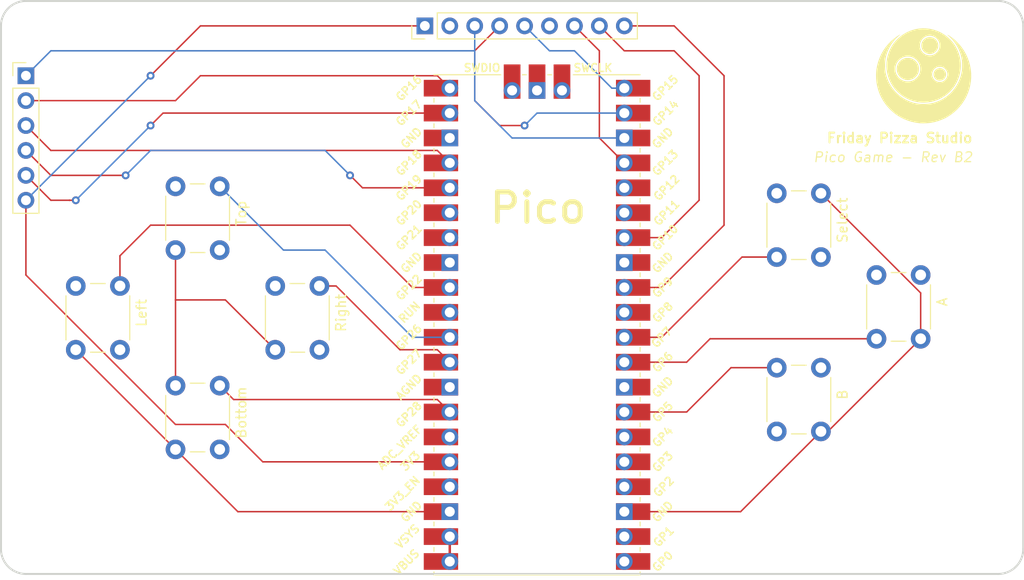
<source format=kicad_pcb>
(kicad_pcb (version 20221018) (generator pcbnew)
  (layers (0 "F.Cu" signal) (31 "B.Cu" signal) (34 "B.Paste" user) (35 "F.Paste" user) (36 "B.SilkS" user "B.Silkscreen") (37 "F.SilkS" user "F.Silkscreen") (38 "B.Mask" user) (39 "F.Mask" user) (44 "Edge.Cuts" user))
  (net 0 "")
  (footprint "Button_Switch_THT:SW_PUSH_6mm" (layer "F.Cu") (at 114.3 114.3 90)
    (fp_text reference "REF**" hide)
    (fp_text value "Bottom" (at 3.75 6.7 90) (layer "F.SilkS"))
    (fp_line (start -0.25 1.5) (end -0.25 3) (stroke (width 0.12)) (layer "F.SilkS"))
    (fp_line (start 1 5.5) (end 5.5 5.5) (stroke (width 0.12)) (layer "F.SilkS"))
    (fp_line (start 5.5 -1) (end 1 -1) (stroke (width 0.12)) (layer "F.SilkS"))
    (fp_line (start 6.75 3) (end 6.75 1.5) (stroke (width 0.12)) (layer "F.SilkS"))
    (pad "1" thru_hole circle (at 0 0 180) (size 2 2) (drill 1.1) (layers "*.Cu" "*.Mask"))
    (pad "1" thru_hole circle (at 6.5 0 180) (size 2 2) (drill 1.1) (layers "*.Cu" "*.Mask"))
    (pad "2" thru_hole circle (at 0 4.5 180) (size 2 2) (drill 1.1) (layers "*.Cu" "*.Mask"))
    (pad "2" thru_hole circle (at 6.5 4.5 180) (size 2 2) (drill 1.1) (layers "*.Cu" "*.Mask"))
  )
  (footprint "Button_Switch_THT:SW_PUSH_6mm" (layer "F.Cu") (at 104.14 104.14 90)
    (fp_text reference "REF**" hide)
    (fp_text value "Left" (at 3.75 6.7 90) (layer "F.SilkS"))
    (fp_line (start -0.25 1.5) (end -0.25 3) (stroke (width 0.12)) (layer "F.SilkS"))
    (fp_line (start 1 5.5) (end 5.5 5.5) (stroke (width 0.12)) (layer "F.SilkS"))
    (fp_line (start 5.5 -1) (end 1 -1) (stroke (width 0.12)) (layer "F.SilkS"))
    (fp_line (start 6.75 3) (end 6.75 1.5) (stroke (width 0.12)) (layer "F.SilkS"))
    (pad "1" thru_hole circle (at 0 0 180) (size 2 2) (drill 1.1) (layers "*.Cu" "*.Mask"))
    (pad "1" thru_hole circle (at 6.5 0 180) (size 2 2) (drill 1.1) (layers "*.Cu" "*.Mask"))
    (pad "2" thru_hole circle (at 0 4.5 180) (size 2 2) (drill 1.1) (layers "*.Cu" "*.Mask"))
    (pad "2" thru_hole circle (at 6.5 4.5 180) (size 2 2) (drill 1.1) (layers "*.Cu" "*.Mask"))
  )
  (footprint "" (layer "F.Cu") (at 198.12 71.12)
    (fp_text reference "" (at 0 0) (layer "F.SilkS") (effects (font (size 1.27 1.27))))
    (fp_text value "" (at 0 0) (layer "F.SilkS") (effects (font (size 1.27 1.27))))
    (pad "" np_thru_hole circle (at 0 0) (size 2.7 2.7) (drill 2.7) (layers "F&B.Cu" "*.Mask"))
  )
  (footprint "Button_Switch_THT:SW_PUSH_6mm" (layer "F.Cu") (at 114.3 93.98 90)
    (fp_text reference "REF**" hide)
    (fp_text value "Top" (at 3.75 6.7 90) (layer "F.SilkS"))
    (fp_line (start -0.25 1.5) (end -0.25 3) (stroke (width 0.12)) (layer "F.SilkS"))
    (fp_line (start 1 5.5) (end 5.5 5.5) (stroke (width 0.12)) (layer "F.SilkS"))
    (fp_line (start 5.5 -1) (end 1 -1) (stroke (width 0.12)) (layer "F.SilkS"))
    (fp_line (start 6.75 3) (end 6.75 1.5) (stroke (width 0.12)) (layer "F.SilkS"))
    (pad "1" thru_hole circle (at 0 0 180) (size 2 2) (drill 1.1) (layers "*.Cu" "*.Mask"))
    (pad "1" thru_hole circle (at 6.5 0 180) (size 2 2) (drill 1.1) (layers "*.Cu" "*.Mask"))
    (pad "2" thru_hole circle (at 0 4.5 180) (size 2 2) (drill 1.1) (layers "*.Cu" "*.Mask"))
    (pad "2" thru_hole circle (at 6.5 4.5 180) (size 2 2) (drill 1.1) (layers "*.Cu" "*.Mask"))
  )
  (footprint "" (layer "F.Cu") (at 99.06 71.12)
    (fp_text reference "" (at 0 0) (layer "F.SilkS") (effects (font (size 1.27 1.27))))
    (fp_text value "" (at 0 0) (layer "F.SilkS") (effects (font (size 1.27 1.27))))
    (pad "" np_thru_hole circle (at 0 0) (size 2.7 2.7) (drill 2.7) (layers "F&B.Cu" "*.Mask"))
  )
  (footprint "Connector_PinHeader_2.54mm:PinHeader_1x09_P2.54mm_Vertical" (layer "F.Cu") (at 139.7 71.12 90)
    (fp_text reference "REF**" hide)
    (fp_text value "PinHeader_1x09_P2.54mm_Vertical" hide)
    (fp_line (start -1.33 -1.33) (end 0 -1.33) (stroke (width 0.12)) (layer "F.SilkS"))
    (fp_line (start -1.33 0) (end -1.33 -1.33) (stroke (width 0.12)) (layer "F.SilkS"))
    (fp_line (start -1.33 1.27) (end -1.33 21.65) (stroke (width 0.12)) (layer "F.SilkS"))
    (fp_line (start -1.33 1.27) (end 1.33 1.27) (stroke (width 0.12)) (layer "F.SilkS"))
    (fp_line (start -1.33 21.65) (end 1.33 21.65) (stroke (width 0.12)) (layer "F.SilkS"))
    (fp_line (start 1.33 1.27) (end 1.33 21.65) (stroke (width 0.12)) (layer "F.SilkS"))
    (pad "1" thru_hole rect (at 0 0 90) (size 1.7 1.7) (drill 1) (layers "*.Cu" "*.Mask"))
    (pad "2" thru_hole oval (at 0 2.54 90) (size 1.7 1.7) (drill 1) (layers "*.Cu" "*.Mask"))
    (pad "3" thru_hole oval (at 0 5.08 90) (size 1.7 1.7) (drill 1) (layers "*.Cu" "*.Mask"))
    (pad "4" thru_hole oval (at 0 7.62 90) (size 1.7 1.7) (drill 1) (layers "*.Cu" "*.Mask"))
    (pad "5" thru_hole oval (at 0 10.16 90) (size 1.7 1.7) (drill 1) (layers "*.Cu" "*.Mask"))
    (pad "6" thru_hole oval (at 0 12.7 90) (size 1.7 1.7) (drill 1) (layers "*.Cu" "*.Mask"))
    (pad "7" thru_hole oval (at 0 15.24 90) (size 1.7 1.7) (drill 1) (layers "*.Cu" "*.Mask"))
    (pad "8" thru_hole oval (at 0 17.78 90) (size 1.7 1.7) (drill 1) (layers "*.Cu" "*.Mask"))
    (pad "9" thru_hole oval (at 0 20.32 90) (size 1.7 1.7) (drill 1) (layers "*.Cu" "*.Mask"))
  )
  (footprint "RaspberryPi_and_Boards:logo" (layer "F.Cu") (at 190.5 76.2)
    (fp_text reference "G***" hide)
    (fp_text value "LOGO" hide)
    (fp_poly (pts (xy 1.75652 -0.770634) (xy 1.886056 -0.734581) (xy 2.004933 -0.672486) (xy 2.109196 -0.587808) (xy 2.194887 -0.484007) (xy 2.258051 -0.364542) (xy 2.29473 -0.232875) (xy 2.300969 -0.092464) (xy 2.294833 -0.039379) (xy 2.254934 0.102389) (xy 2.185492 0.229079) (xy 2.091038 0.336566) (xy 1.976104 0.420725) (xy 1.845223 0.47743) (xy 1.702927 0.502555) (xy 1.699266 0.502743) (xy 1.623561 0.503252) (xy 1.551689 0.498563) (xy 1.5075 0.491437) (xy 1.370062 0.438925) (xy 1.250236 0.357366) (xy 1.151828 0.251443) (xy 1.078647 0.125835) (xy 1.034501 -0.014776) (xy 1.023588 -0.103393) (xy 1.032459 -0.255015) (xy 1.074251 -0.394711) (xy 1.146403 -0.518857) (xy 1.246355 -0.623831) (xy 1.371544 -0.706011) (xy 1.4813 -0.750774) (xy 1.620283 -0.777185)) (fill solid) (layer "F.SilkS"))
    (fp_poly (pts (xy 0.813733 -3.918643) (xy 0.978883 -3.869001) (xy 1.127616 -3.789203) (xy 1.256859 -3.681653) (xy 1.363538 -3.548755) (xy 1.444581 -3.392915) (xy 1.48443 -3.271387) (xy 1.509415 -3.10359) (xy 1.499161 -2.93727) (xy 1.454793 -2.776311) (xy 1.377434 -2.624595) (xy 1.268209 -2.486007) (xy 1.252493 -2.469922) (xy 1.114026 -2.354635) (xy 0.96307 -2.271601) (xy 0.803036 -2.221809) (xy 0.637337 -2.206247) (xy 0.469386 -2.225904) (xy 0.437303 -2.233755) (xy 0.268384 -2.296244) (xy 0.120475 -2.386677) (xy -0.00393 -2.501827) (xy -0.102334 -2.638468) (xy -0.172242 -2.793371) (xy -0.211157 -2.963311) (xy -0.218651 -3.081834) (xy -0.201483 -3.253339) (xy -0.152222 -3.41307) (xy -0.074234 -3.557661) (xy 0.029114 -3.683744) (xy 0.154458 -3.787956) (xy 0.298431 -3.86693) (xy 0.457668 -3.9173) (xy 0.628802 -3.935701) (xy 0.635239 -3.935725)) (fill solid) (layer "F.SilkS"))
    (fp_poly (pts (xy -1.47781 -1.810115) (xy -1.376221 -1.800996) (xy -1.286515 -1.781921) (xy -1.196532 -1.749991) (xy -1.094112 -1.702304) (xy -1.051448 -1.68051) (xy -0.947438 -1.614459) (xy -0.839283 -1.525118) (xy -0.737516 -1.422552) (xy -0.65267 -1.316829) (xy -0.622778 -1.27084) (xy -0.545564 -1.121932) (xy -0.496133 -0.976542) (xy -0.470884 -0.821623) (xy -0.465675 -0.701507) (xy -0.476073 -0.5152) (xy -0.510781 -0.348761) (xy -0.57203 -0.19306) (xy -0.605372 -0.130138) (xy -0.672641 -0.030897) (xy -0.761878 0.073815) (xy -0.862562 0.172968) (xy -0.964171 0.255529) (xy -0.990427 0.273564) (xy -1.143623 0.354405) (xy -1.315881 0.411531) (xy -1.497274 0.443127) (xy -1.677875 0.447382) (xy -1.829589 0.426775) (xy -2.021484 0.366648) (xy -2.193543 0.278818) (xy -2.344344 0.166767) (xy -2.472465 0.033979) (xy -2.576484 -0.116062) (xy -2.654979 -0.279873) (xy -2.706528 -0.45397) (xy -2.72971 -0.634869) (xy -2.723101 -0.819087) (xy -2.68528 -1.003139) (xy -2.614826 -1.183543) (xy -2.54008 -1.313801) (xy -2.41723 -1.469157) (xy -2.270679 -1.598297) (xy -2.098456 -1.702755) (xy -1.967862 -1.759646) (xy -1.905407 -1.781952) (xy -1.851168 -1.796834) (xy -1.794676 -1.805802) (xy -1.725459 -1.810365) (xy -1.63305 -1.812032) (xy -1.603443 -1.812179)) (fill solid) (layer "F.SilkS"))
    (fp_poly (pts (xy -2.374964 -4.192892) (xy -2.404634 -4.161181) (xy -2.453512 -4.11542) (xy -2.517037 -4.060046) (xy -2.532949 -4.04666) (xy -2.795182 -3.804208) (xy -3.035427 -3.534817) (xy -3.251329 -3.242251) (xy -3.440533 -2.930272) (xy -3.600685 -2.602643) (xy -3.72943 -2.263127) (xy -3.798607 -2.02434) (xy -3.832931 -1.882919) (xy -3.859376 -1.757343) (xy -3.878916 -1.638964) (xy -3.892525 -1.519133) (xy -3.901176 -1.389201) (xy -3.905842 -1.240521) (xy -3.907497 -1.064443) (xy -3.907514 -1.056815) (xy -3.906482 -0.872493) (xy -3.901901 -0.715813) (xy -3.892767 -0.578062) (xy -3.878079 -0.450529) (xy -3.856832 -0.324503) (xy -3.828025 -0.191271) (xy -3.790743 -0.042462) (xy -3.679198 0.312487) (xy -3.53571 0.65218) (xy -3.362094 0.974809) (xy -3.160167 1.278566) (xy -2.931745 1.561641) (xy -2.678644 1.822226) (xy -2.40268 2.058514) (xy -2.105669 2.268696) (xy -1.789428 2.450964) (xy -1.455771 2.603508) (xy -1.106516 2.724522) (xy -0.975928 2.760374) (xy -0.764801 2.808998) (xy -0.562219 2.843627) (xy -0.357525 2.865358) (xy -0.140065 2.875288) (xy 0.100817 2.874511) (xy 0.127547 2.873862) (xy 0.413197 2.859105) (xy 0.674812 2.829187) (xy 0.922317 2.782155) (xy 1.165643 2.716054) (xy 1.414715 2.628932) (xy 1.457676 2.612154) (xy 1.800156 2.457403) (xy 2.122738 2.273081) (xy 2.423974 2.061042) (xy 2.702418 1.82314) (xy 2.95662 1.561229) (xy 3.185134 1.277165) (xy 3.386511 0.972801) (xy 3.559305 0.649992) (xy 3.702067 0.310593) (xy 3.813351 -0.043543) (xy 3.891707 -0.41056) (xy 3.90932 -0.528408) (xy 3.922152 -0.657156) (xy 3.930461 -0.81156) (xy 3.934256 -0.981118) (xy 3.933548 -1.155327) (xy 3.928348 -1.323683) (xy 3.918665 -1.475685) (xy 3.908307 -1.57386) (xy 3.848545 -1.906843) (xy 3.757638 -2.241274) (xy 3.638865 -2.566648) (xy 3.514186 -2.836581) (xy 3.370724 -3.090172) (xy 3.203928 -3.339922) (xy 3.019574 -3.578614) (xy 2.823437 -3.799032) (xy 2.621293 -3.993957) (xy 2.519046 -4.080188) (xy 2.465122 -4.127628) (xy 2.443094 -4.158041) (xy 2.452789 -4.171711) (xy 2.462872 -4.172597) (xy 2.487758 -4.162371) (xy 2.536443 -4.134173) (xy 2.603445 -4.091725) (xy 2.68328 -4.038747) (xy 2.770466 -3.978961) (xy 2.85952 -3.916086) (xy 2.944958 -3.853845) (xy 3.021299 -3.795957) (xy 3.042898 -3.77897) (xy 3.15113 -3.687407) (xy 3.274221 -3.574117) (xy 3.405033 -3.446427) (xy 3.536429 -3.311666) (xy 3.661271 -3.177162) (xy 3.772424 -3.050243) (xy 3.862748 -2.938237) (xy 3.866278 -2.933572) (xy 4.106966 -2.585254) (xy 4.315178 -2.222522) (xy 4.490548 -1.847317) (xy 4.632707 -1.461576) (xy 4.741291 -1.06724) (xy 4.815931 -0.666247) (xy 4.856261 -0.260535) (xy 4.861915 0.147955) (xy 4.832525 0.557285) (xy 4.767725 0.965516) (xy 4.675226 1.342955) (xy 4.543204 1.736497) (xy 4.378493 2.115659) (xy 4.182655 2.478513) (xy 3.95725 2.823128) (xy 3.703838 3.147576) (xy 3.423981 3.449927) (xy 3.119239 3.728252) (xy 2.791172 3.980622) (xy 2.441342 4.205107) (xy 2.292547 4.288336) (xy 1.950825 4.453038) (xy 1.588173 4.592919) (xy 1.212481 4.705462) (xy 0.831639 4.788148) (xy 0.62883 4.819211) (xy 0.487828 4.834088) (xy 0.325728 4.845456) (xy 0.153075 4.85303) (xy -0.019586 4.856524) (xy -0.18171 4.855655) (xy -0.322752 4.850135) (xy -0.373529 4.846329) (xy -0.796447 4.79087) (xy -1.207974 4.701471) (xy -1.606548 4.578991) (xy -1.99061 4.424288) (xy -2.358596 4.238221) (xy -2.708947 4.021647) (xy -3.0401 3.775425) (xy -3.350495 3.500413) (xy -3.63857 3.197469) (xy -3.853434 2.933572) (xy -4.091113 2.592232) (xy -4.295741 2.237658) (xy -4.467961 1.868308) (xy -4.608412 1.482642) (xy -4.717737 1.079118) (xy -4.7939 0.674175) (xy -4.814488 0.498906) (xy -4.828218 0.299233) (xy -4.835007 0.08615) (xy -4.834771 -0.129348) (xy -4.827427 -0.336268) (xy -4.81289 -0.523615) (xy -4.803616 -0.601291) (xy -4.728489 -1.021577) (xy -4.619813 -1.428877) (xy -4.478544 -1.821699) (xy -4.305643 -2.198556) (xy -4.102066 -2.557958) (xy -3.868773 -2.898415) (xy -3.606721 -3.218437) (xy -3.316868 -3.516535) (xy -3.000173 -3.79122) (xy -2.657594 -4.041002) (xy -2.543152 -4.115119) (xy -2.47599 -4.15562) (xy -2.419401 -4.186527) (xy -2.380884 -4.203921) (xy -2.369062 -4.206115)) (fill solid) (layer "F.SilkS"))
    (fp_poly (pts (xy 0.256007 -4.831579) (xy 0.605973 -4.791218) (xy 0.950286 -4.718855) (xy 1.28652 -4.615264) (xy 1.612245 -4.481215) (xy 1.925033 -4.31748) (xy 2.222455 -4.12483) (xy 2.502084 -3.904039) (xy 2.76149 -3.655876) (xy 2.998245 -3.381113) (xy 3.04095 -3.325323) (xy 3.245362 -3.023734) (xy 3.419541 -2.705161) (xy 3.562604 -2.372712) (xy 3.67367 -2.029495) (xy 3.751855 -1.678617) (xy 3.796278 -1.323187) (xy 3.806056 -0.966311) (xy 3.789149 -0.689771) (xy 3.734115 -0.321402) (xy 3.644975 0.036649) (xy 3.522879 0.38225) (xy 3.368979 0.713269) (xy 3.184424 1.027575) (xy 2.970367 1.323035) (xy 2.727958 1.597517) (xy 2.458348 1.84889) (xy 2.386944 1.907781) (xy 2.093603 2.12095) (xy 1.781273 2.304801) (xy 1.453191 2.458324) (xy 1.112594 2.580508) (xy 0.762717 2.670341) (xy 0.406798 2.726814) (xy 0.048073 2.748915) (xy -0.273314 2.738674) (xy -0.637819 2.692496) (xy -0.994447 2.61138) (xy -1.340892 2.496401) (xy -1.674847 2.348636) (xy -1.994006 2.16916) (xy -2.296062 1.959048) (xy -2.578709 1.719376) (xy -2.689189 1.612067) (xy -2.933802 1.339534) (xy -3.148886 1.047307) (xy -3.333759 0.737874) (xy -3.487736 0.413722) (xy -3.610136 0.077337) (xy -3.700274 -0.268793) (xy -3.757468 -0.622183) (xy -3.757814 -0.627446) (xy -2.866278 -0.627446) (xy -2.857595 -0.495616) (xy -2.839367 -0.382842) (xy -2.834755 -0.364419) (xy -2.763041 -0.165212) (xy -2.661227 0.017552) (xy -2.532574 0.1806) (xy -2.380346 0.320658) (xy -2.207803 0.434449) (xy -2.018208 0.518701) (xy -1.927493 0.546289) (xy -1.786775 0.571908) (xy -1.627932 0.582391) (xy -1.465999 0.577718) (xy -1.316009 0.55787) (xy -1.268351 0.547139) (xy -1.072334 0.478696) (xy -0.89182 0.379305) (xy -0.730247 0.252403) (xy -0.591053 0.101428) (xy -0.477675 -0.070182) (xy -0.473366 -0.079853) (xy 0.880668 -0.079853) (xy 0.905284 0.06998) (xy 0.959984 0.214213) (xy 1.045555 0.348256) (xy 1.105369 0.415281) (xy 1.234826 0.520179) (xy 1.380022 0.593223) (xy 1.537598 0.633593) (xy 1.704191 0.64047) (xy 1.87644 0.613033) (xy 1.895377 0.607944) (xy 2.02785 0.553337) (xy 2.152088 0.469001) (xy 2.260864 0.361638) (xy 2.346948 0.237946) (xy 2.387285 0.15203) (xy 2.430913 -0.010032) (xy 2.440044 -0.171639) (xy 2.416423 -0.328535) (xy 2.361796 -0.476465) (xy 2.277909 -0.611172) (xy 2.166507 -0.728402) (xy 2.029336 -0.823898) (xy 1.9757 -0.851335) (xy 1.924905 -0.873639) (xy 1.879776 -0.888249) (xy 1.83026 -0.896766) (xy 1.766307 -0.900789) (xy 1.677864 -0.901918) (xy 1.657723 -0.901937) (xy 1.565719 -0.901398) (xy 1.499856 -0.898511) (xy 1.449836 -0.891365) (xy 1.40536 -0.878052) (xy 1.356129 -0.856664) (xy 1.320635 -0.839461) (xy 1.181284 -0.752399) (xy 1.067292 -0.643403) (xy 0.979448 -0.517061) (xy 0.918537 -0.377962) (xy 0.885348 -0.230696) (xy 0.880668 -0.079853) (xy -0.473366 -0.079853) (xy -0.393552 -0.258989) (xy -0.363909 -0.357303) (xy -0.337885 -0.501551) (xy -0.327364 -0.660696) (xy -0.332323 -0.820612) (xy -0.352742 -0.967169) (xy -0.36493 -1.017799) (xy -0.439341 -1.220598) (xy -0.543743 -1.405016) (xy -0.67536 -1.568287) (xy -0.831415 -1.707648) (xy -1.009134 -1.820335) (xy -1.205739 -1.903583) (xy -1.275466 -1.924441) (xy -1.382362 -1.944421) (xy -1.511027 -1.955057) (xy -1.647999 -1.956321) (xy -1.779818 -1.948187) (xy -1.893022 -1.930626) (xy -1.913199 -1.92573) (xy -2.112476 -1.855019) (xy -2.295677 -1.753414) (xy -2.459616 -1.624106) (xy -2.601109 -1.470285) (xy -2.71697 -1.295144) (xy -2.804015 -1.101874) (xy -2.835014 -1.002152) (xy -2.854993 -0.894224) (xy -2.865413 -0.764819) (xy -2.866278 -0.627446) (xy -3.757814 -0.627446) (xy -3.781035 -0.980345) (xy -3.77029 -1.340793) (xy -3.724553 -1.701039) (xy -3.669848 -1.957784) (xy -3.562732 -2.312687) (xy -3.423644 -2.6517) (xy -3.254184 -2.973108) (xy -3.169721 -3.101821) (xy -0.360848 -3.101821) (xy -0.351541 -2.931608) (xy -0.312896 -2.763543) (xy -0.244019 -2.601511) (xy -0.144016 -2.449394) (xy -0.063844 -2.359613) (xy 0.070361 -2.245031) (xy 0.214218 -2.161858) (xy 0.372704 -2.108117) (xy 0.550796 -2.081828) (xy 0.643631 -2.078387) (xy 0.744081 -2.079992) (xy 0.823653 -2.087802) (xy 0.897686 -2.103978) (xy 0.95828 -2.122725) (xy 1.134821 -2.199958) (xy 1.288439 -2.303954) (xy 1.417011 -2.431778) (xy 1.518413 -2.580497) (xy 1.590525 -2.747177) (xy 1.631223 -2.928882) (xy 1.639885 -3.065059) (xy 1.630732 -3.230176) (xy 1.601462 -3.374543) (xy 1.549358 -3.50943) (xy 1.518492 -3.568692) (xy 1.414884 -3.718103) (xy 1.286714 -3.844211) (xy 1.138782 -3.945179) (xy 0.975887 -4.019172) (xy 0.802826 -4.064351) (xy 0.624398 -4.07888) (xy 0.445403 -4.060922) (xy 0.320323 -4.027347) (xy 0.14931 -3.950805) (xy 0.001375 -3.849234) (xy -0.12259 -3.726515) (xy -0.221688 -3.586531) (xy -0.295027 -3.433166) (xy -0.341712 -3.270302) (xy -0.360848 -3.101821) (xy -3.169721 -3.101821) (xy -3.05595 -3.275196) (xy -2.830544 -3.556248) (xy -2.579563 -3.814549) (xy -2.304609 -4.048385) (xy -2.007281 -4.256039) (xy -1.689179 -4.435797) (xy -1.351901 -4.585943) (xy -1.1518 -4.657582) (xy -0.803514 -4.752941) (xy -0.451164 -4.813212) (xy -0.097181 -4.839168)) (fill solid) (layer "F.SilkS"))
  )
  (footprint "" (layer "F.Cu") (at 198.12 124.46)
    (fp_text reference "" (at 0 0) (layer "F.SilkS") (effects (font (size 1.27 1.27))))
    (fp_text value "" (at 0 0) (layer "F.SilkS") (effects (font (size 1.27 1.27))))
    (pad "" np_thru_hole circle (at 0 0) (size 2.7 2.7) (drill 2.7) (layers "F&B.Cu" "*.Mask"))
  )
  (footprint "" (layer "F.Cu") (at 198.12 124.46)
    (fp_text reference "" (at 0 0) (layer "F.SilkS") (effects (font (size 1.27 1.27))))
    (fp_text value "" (at 0 0) (layer "F.SilkS") (effects (font (size 1.27 1.27))))
    (pad "" np_thru_hole circle (at 0 0) (size 2.7 2.7) (drill 2.7) (layers "F&B.Cu" "*.Mask"))
  )
  (footprint "" (layer "F.Cu") (at 99.06 124.46)
    (fp_text reference "" (at 0 0) (layer "F.SilkS") (effects (font (size 1.27 1.27))))
    (fp_text value "" (at 0 0) (layer "F.SilkS") (effects (font (size 1.27 1.27))))
    (pad "" np_thru_hole circle (at 0 0) (size 2.7 2.7) (drill 2.7) (layers "F&B.Cu" "*.Mask"))
  )
  (footprint "Button_Switch_THT:SW_PUSH_6mm" (layer "F.Cu") (at 124.46 104.14 90)
    (fp_text reference "REF**" hide)
    (fp_text value "Right" (at 3.75 6.7 90) (layer "F.SilkS"))
    (fp_line (start -0.25 1.5) (end -0.25 3) (stroke (width 0.12)) (layer "F.SilkS"))
    (fp_line (start 1 5.5) (end 5.5 5.5) (stroke (width 0.12)) (layer "F.SilkS"))
    (fp_line (start 5.5 -1) (end 1 -1) (stroke (width 0.12)) (layer "F.SilkS"))
    (fp_line (start 6.75 3) (end 6.75 1.5) (stroke (width 0.12)) (layer "F.SilkS"))
    (pad "1" thru_hole circle (at 0 0 180) (size 2 2) (drill 1.1) (layers "*.Cu" "*.Mask"))
    (pad "1" thru_hole circle (at 6.5 0 180) (size 2 2) (drill 1.1) (layers "*.Cu" "*.Mask"))
    (pad "2" thru_hole circle (at 0 4.5 180) (size 2 2) (drill 1.1) (layers "*.Cu" "*.Mask"))
    (pad "2" thru_hole circle (at 6.5 4.5 180) (size 2 2) (drill 1.1) (layers "*.Cu" "*.Mask"))
  )
  (footprint "Connector_PinHeader_2.54mm:PinHeader_1x06_P2.54mm_Vertical" (layer "F.Cu") (at 99.06 76.2)
    (fp_text reference "REF**" hide)
    (fp_text value "PinHeader_1x06_P2.54mm_Vertical" hide)
    (fp_line (start -1.33 -1.33) (end 0 -1.33) (stroke (width 0.12)) (layer "F.SilkS"))
    (fp_line (start -1.33 0) (end -1.33 -1.33) (stroke (width 0.12)) (layer "F.SilkS"))
    (fp_line (start -1.33 1.27) (end -1.33 14.03) (stroke (width 0.12)) (layer "F.SilkS"))
    (fp_line (start -1.33 1.27) (end 1.33 1.27) (stroke (width 0.12)) (layer "F.SilkS"))
    (fp_line (start -1.33 14.03) (end 1.33 14.03) (stroke (width 0.12)) (layer "F.SilkS"))
    (fp_line (start 1.33 1.27) (end 1.33 14.03) (stroke (width 0.12)) (layer "F.SilkS"))
    (pad "1" thru_hole rect (at 0 0) (size 1.7 1.7) (drill 1) (layers "*.Cu" "*.Mask"))
    (pad "2" thru_hole oval (at 0 2.54) (size 1.7 1.7) (drill 1) (layers "*.Cu" "*.Mask"))
    (pad "3" thru_hole oval (at 0 5.08) (size 1.7 1.7) (drill 1) (layers "*.Cu" "*.Mask"))
    (pad "4" thru_hole oval (at 0 7.62) (size 1.7 1.7) (drill 1) (layers "*.Cu" "*.Mask"))
    (pad "5" thru_hole oval (at 0 10.16) (size 1.7 1.7) (drill 1) (layers "*.Cu" "*.Mask"))
    (pad "6" thru_hole oval (at 0 12.7) (size 1.7 1.7) (drill 1) (layers "*.Cu" "*.Mask"))
  )
  (footprint "Button_Switch_THT:SW_PUSH_6mm" (layer "F.Cu") (at 185.71 103.02 90)
    (fp_text reference "REF**" hide)
    (fp_text value "A" (at 3.75 6.7 90) (layer "F.SilkS"))
    (fp_line (start -0.25 1.5) (end -0.25 3) (stroke (width 0.12)) (layer "F.SilkS"))
    (fp_line (start 1 5.5) (end 5.5 5.5) (stroke (width 0.12)) (layer "F.SilkS"))
    (fp_line (start 5.5 -1) (end 1 -1) (stroke (width 0.12)) (layer "F.SilkS"))
    (fp_line (start 6.75 3) (end 6.75 1.5) (stroke (width 0.12)) (layer "F.SilkS"))
    (pad "1" thru_hole circle (at 0 0 180) (size 2 2) (drill 1.1) (layers "*.Cu" "*.Mask"))
    (pad "1" thru_hole circle (at 6.5 0 180) (size 2 2) (drill 1.1) (layers "*.Cu" "*.Mask"))
    (pad "2" thru_hole circle (at 0 4.5 180) (size 2 2) (drill 1.1) (layers "*.Cu" "*.Mask"))
    (pad "2" thru_hole circle (at 6.5 4.5 180) (size 2 2) (drill 1.1) (layers "*.Cu" "*.Mask"))
  )
  (footprint "" (layer "F.Cu") (at 99.06 124.46)
    (fp_text reference "" (at 0 0) (layer "F.SilkS") (effects (font (size 1.27 1.27))))
    (fp_text value "" (at 0 0) (layer "F.SilkS") (effects (font (size 1.27 1.27))))
    (pad "" np_thru_hole circle (at 0 0) (size 2.7 2.7) (drill 2.7) (layers "F&B.Cu" "*.Mask"))
  )
  (footprint "RaspberryPi_and_Boards:Pico_Flip" (layer "F.Cu") (at 151.13 101.6 180)
    (fp_text reference "REF**" hide)
    (fp_text value "Pico_Flip")
    (fp_text user "VBUS" (at 13.3 -24.2 45) (layer "F.SilkS") (effects (font (size 0.8 0.8))))
    (fp_text user "SWCLK" (at -5.7 26.2) (layer "F.SilkS") (effects (font (size 0.8 0.8))))
    (fp_text user "GP8" (at -12.8 1.27 45) (layer "F.SilkS") (effects (font (size 0.8 0.8))))
    (fp_text user "GP3" (at -12.8 -13.97 45) (layer "F.SilkS") (effects (font (size 0.8 0.8))))
    (fp_text user "GP4" (at -12.8 -11.43 45) (layer "F.SilkS") (effects (font (size 0.8 0.8))))
    (fp_text user "GP22" (at 13.054 3.81 45) (layer "F.SilkS") (effects (font (size 0.8 0.8))))
    (fp_text user "GP13" (at -13.054 16.51 45) (layer "F.SilkS") (effects (font (size 0.8 0.8))))
    (fp_text user "GP0" (at -12.8 -24.13 45) (layer "F.SilkS") (effects (font (size 0.8 0.8))))
    (fp_text user "3V3" (at 12.9 -13.9 45) (layer "F.SilkS") (effects (font (size 0.8 0.8))))
    (fp_text user "GP7" (at -12.7 -1.3 45) (layer "F.SilkS") (effects (font (size 0.8 0.8))))
    (fp_text user "GP21" (at 13.054 8.9 45) (layer "F.SilkS") (effects (font (size 0.8 0.8))))
    (fp_text user "GP14" (at -13.1 21.59 45) (layer "F.SilkS") (effects (font (size 0.8 0.8))))
    (fp_text user "AGND" (at 13.054 -6.35 45) (layer "F.SilkS") (effects (font (size 0.8 0.8))))
    (fp_text user "GND" (at -12.8 6.35 45) (layer "F.SilkS") (effects (font (size 0.8 0.8))))
    (fp_text user "Pico" (at 5.08 10.16 unlocked) (layer "F.SilkS") (effects (font (size 3 3) (thickness 0.5) bold) (justify left bottom)))
    (fp_text user "GP27" (at 13.054 -3.8 45) (layer "F.SilkS") (effects (font (size 0.8 0.8))))
    (fp_text user "GP9" (at -12.8 3.81 45) (layer "F.SilkS") (effects (font (size 0.8 0.8))))
    (fp_text user "GP1" (at -12.9 -21.6 45) (layer "F.SilkS") (effects (font (size 0.8 0.8))))
    (fp_text user "GP15" (at -13.054 24.13 45) (layer "F.SilkS") (effects (font (size 0.8 0.8))))
    (fp_text user "GP19" (at 13.054 13.97 45) (layer "F.SilkS") (effects (font (size 0.8 0.8))))
    (fp_text user "GND" (at 12.8 -19.05 45) (layer "F.SilkS") (effects (font (size 0.8 0.8))))
    (fp_text user "GP12" (at -13.2 13.97 45) (layer "F.SilkS") (effects (font (size 0.8 0.8))))
    (fp_text user "RUN" (at 13 1.27 45) (layer "F.SilkS") (effects (font (size 0.8 0.8))))
    (fp_text user "GND" (at 12.8 19.05 45) (layer "F.SilkS") (effects (font (size 0.8 0.8))))
    (fp_text user "3V3_EN" (at 13.7 -17.2 45) (layer "F.SilkS") (effects (font (size 0.8 0.8))))
    (fp_text user "GP6" (at -12.8 -3.81 45) (layer "F.SilkS") (effects (font (size 0.8 0.8))))
    (fp_text user "GP16" (at 13.054 24.13 45) (layer "F.SilkS") (effects (font (size 0.8 0.8))))
    (fp_text user "GP17" (at 13.054 21.59 45) (layer "F.SilkS") (effects (font (size 0.8 0.8))))
    (fp_text user "GP26" (at 13.054 -1.27 45) (layer "F.SilkS") (effects (font (size 0.8 0.8))))
    (fp_text user "GP10" (at -13.054 8.89 45) (layer "F.SilkS") (effects (font (size 0.8 0.8))))
    (fp_text user "GND" (at -12.8 -6.35 45) (layer "F.SilkS") (effects (font (size 0.8 0.8))))
    (fp_text user "GP5" (at -12.8 -8.89 45) (layer "F.SilkS") (effects (font (size 0.8 0.8))))
    (fp_text user "GND" (at -12.8 -19.05 45) (layer "F.SilkS") (effects (font (size 0.8 0.8))))
    (fp_text user "GP20" (at 13.054 11.43 45) (layer "F.SilkS") (effects (font (size 0.8 0.8))))
    (fp_text user "GP18" (at 13.054 16.51 45) (layer "F.SilkS") (effects (font (size 0.8 0.8))))
    (fp_text user "SWDIO" (at 5.6 26.2) (layer "F.SilkS") (effects (font (size 0.8 0.8))))
    (fp_text user "GP11" (at -13.2 11.43 45) (layer "F.SilkS") (effects (font (size 0.8 0.8))))
    (fp_text user "ADC_VREF" (at 14 -12.5 45) (layer "F.SilkS") (effects (font (size 0.8 0.8))))
    (fp_text user "GND" (at -12.8 19.05 45) (layer "F.SilkS") (effects (font (size 0.8 0.8))))
    (fp_text user "GP28" (at 13.054 -9.144 45) (layer "F.SilkS") (effects (font (size 0.8 0.8))))
    (fp_text user "GND" (at 12.8 6.35 45) (layer "F.SilkS") (effects (font (size 0.8 0.8))))
    (fp_text user "VSYS" (at 13.2 -21.59 45) (layer "F.SilkS") (effects (font (size 0.8 0.8))))
    (fp_text user "GP2" (at -12.9 -16.51 45) (layer "F.SilkS") (effects (font (size 0.8 0.8))))
    (fp_line (start -10.5 -25.5) (end -10.5 -25.2) (stroke (width 0.12)) (layer "F.SilkS"))
    (fp_line (start -10.5 -25.5) (end 10.5 -25.5) (stroke (width 0.12)) (layer "F.SilkS"))
    (fp_line (start -10.5 -23.1) (end -10.5 -22.7) (stroke (width 0.12)) (layer "F.SilkS"))
    (fp_line (start -10.5 -20.5) (end -10.5 -20.1) (stroke (width 0.12)) (layer "F.SilkS"))
    (fp_line (start -10.5 -18) (end -10.5 -17.6) (stroke (width 0.12)) (layer "F.SilkS"))
    (fp_line (start -10.5 -15.4) (end -10.5 -15) (stroke (width 0.12)) (layer "F.SilkS"))
    (fp_line (start -10.5 -12.9) (end -10.5 -12.5) (stroke (width 0.12)) (layer "F.SilkS"))
    (fp_line (start -10.5 -10.4) (end -10.5 -10) (stroke (width 0.12)) (layer "F.SilkS"))
    (fp_line (start -10.5 -7.8) (end -10.5 -7.4) (stroke (width 0.12)) (layer "F.SilkS"))
    (fp_line (start -10.5 -5.3) (end -10.5 -4.9) (stroke (width 0.12)) (layer "F.SilkS"))
    (fp_line (start -10.5 -2.7) (end -10.5 -2.3) (stroke (width 0.12)) (layer "F.SilkS"))
    (fp_line (start -10.5 -0.2) (end -10.5 0.2) (stroke (width 0.12)) (layer "F.SilkS"))
    (fp_line (start -10.5 2.3) (end -10.5 2.7) (stroke (width 0.12)) (layer "F.SilkS"))
    (fp_line (start -10.5 4.9) (end -10.5 5.3) (stroke (width 0.12)) (layer "F.SilkS"))
    (fp_line (start -10.5 7.4) (end -10.5 7.8) (stroke (width 0.12)) (layer "F.SilkS"))
    (fp_line (start -10.5 10) (end -10.5 10.4) (stroke (width 0.12)) (layer "F.SilkS"))
    (fp_line (start -10.5 12.5) (end -10.5 12.9) (stroke (width 0.12)) (layer "F.SilkS"))
    (fp_line (start -10.5 15.1) (end -10.5 15.5) (stroke (width 0.12)) (layer "F.SilkS"))
    (fp_line (start -10.5 17.6) (end -10.5 18) (stroke (width 0.12)) (layer "F.SilkS"))
    (fp_line (start -10.5 20.1) (end -10.5 20.5) (stroke (width 0.12)) (layer "F.SilkS"))
    (fp_line (start -10.5 22.7) (end -10.5 23.1) (stroke (width 0.12)) (layer "F.SilkS"))
    (fp_line (start -3.7 25.5) (end -10.5 25.5) (stroke (width 0.12)) (layer "F.SilkS"))
    (fp_line (start -1.5 25.5) (end -1.1 25.5) (stroke (width 0.12)) (layer "F.SilkS"))
    (fp_line (start 1.1 25.5) (end 1.5 25.5) (stroke (width 0.12)) (layer "F.SilkS"))
    (fp_line (start 10.5 -25.5) (end 10.5 -25.2) (stroke (width 0.12)) (layer "F.SilkS"))
    (fp_line (start 10.5 -23.1) (end 10.5 -22.7) (stroke (width 0.12)) (layer "F.SilkS"))
    (fp_line (start 10.5 -20.5) (end 10.5 -20.1) (stroke (width 0.12)) (layer "F.SilkS"))
    (fp_line (start 10.5 -18) (end 10.5 -17.6) (stroke (width 0.12)) (layer "F.SilkS"))
    (fp_line (start 10.5 -15.4) (end 10.5 -15) (stroke (width 0.12)) (layer "F.SilkS"))
    (fp_line (start 10.5 -12.9) (end 10.5 -12.5) (stroke (width 0.12)) (layer "F.SilkS"))
    (fp_line (start 10.5 -10.4) (end 10.5 -10) (stroke (width 0.12)) (layer "F.SilkS"))
    (fp_line (start 10.5 -7.8) (end 10.5 -7.4) (stroke (width 0.12)) (layer "F.SilkS"))
    (fp_line (start 10.5 -5.3) (end 10.5 -4.9) (stroke (width 0.12)) (layer "F.SilkS"))
    (fp_line (start 10.5 -2.7) (end 10.5 -2.3) (stroke (width 0.12)) (layer "F.SilkS"))
    (fp_line (start 10.5 -0.2) (end 10.5 0.2) (stroke (width 0.12)) (layer "F.SilkS"))
    (fp_line (start 10.5 2.3) (end 10.5 2.7) (stroke (width 0.12)) (layer "F.SilkS"))
    (fp_line (start 10.5 4.9) (end 10.5 5.3) (stroke (width 0.12)) (layer "F.SilkS"))
    (fp_line (start 10.5 7.4) (end 10.5 7.8) (stroke (width 0.12)) (layer "F.SilkS"))
    (fp_line (start 10.5 10) (end 10.5 10.4) (stroke (width 0.12)) (layer "F.SilkS"))
    (fp_line (start 10.5 12.5) (end 10.5 12.9) (stroke (width 0.12)) (layer "F.SilkS"))
    (fp_line (start 10.5 15.1) (end 10.5 15.5) (stroke (width 0.12)) (layer "F.SilkS"))
    (fp_line (start 10.5 17.6) (end 10.5 18) (stroke (width 0.12)) (layer "F.SilkS"))
    (fp_line (start 10.5 20.1) (end 10.5 20.5) (stroke (width 0.12)) (layer "F.SilkS"))
    (fp_line (start 10.5 22.7) (end 10.5 23.1) (stroke (width 0.12)) (layer "F.SilkS"))
    (fp_line (start 10.5 25.5) (end 3.7 25.5) (stroke (width 0.12)) (layer "F.SilkS"))
    (pad "" np_thru_hole oval (at -2.725 -24 180) (size 1.8 1.8) (drill 1.8) (layers "*.Cu" "*.Mask"))
    (pad "" np_thru_hole oval (at -2.425 -20.97 180) (size 1.5 1.5) (drill 1.5) (layers "*.Cu" "*.Mask"))
    (pad "" np_thru_hole oval (at 2.425 -20.97 180) (size 1.5 1.5) (drill 1.5) (layers "*.Cu" "*.Mask"))
    (pad "" np_thru_hole oval (at 2.725 -24 180) (size 1.8 1.8) (drill 1.8) (layers "*.Cu" "*.Mask"))
    (pad "1" thru_hole oval (at -8.89 -24.13 180) (size 1.7 1.7) (drill 1.02) (layers "*.Cu" "*.Mask"))
    (pad "1" smd rect (at -8.89 -24.13 180) (size 3.5 1.7) (drill (offset -0.9 0)) (layers "F.Cu" "F.Mask"))
    (pad "2" thru_hole oval (at -8.89 -21.59 180) (size 1.7 1.7) (drill 1.02) (layers "*.Cu" "*.Mask"))
    (pad "2" smd rect (at -8.89 -21.59 180) (size 3.5 1.7) (drill (offset -0.9 0)) (layers "F.Cu" "F.Mask"))
    (pad "3" thru_hole rect (at -8.89 -19.05 180) (size 1.7 1.7) (drill 1.02) (layers "*.Cu" "*.Mask"))
    (pad "3" smd rect (at -8.89 -19.05 180) (size 3.5 1.7) (drill (offset -0.9 0)) (layers "F.Cu" "F.Mask"))
    (pad "4" thru_hole oval (at -8.89 -16.51 180) (size 1.7 1.7) (drill 1.02) (layers "*.Cu" "*.Mask"))
    (pad "4" smd rect (at -8.89 -16.51 180) (size 3.5 1.7) (drill (offset -0.9 0)) (layers "F.Cu" "F.Mask"))
    (pad "5" thru_hole oval (at -8.89 -13.97 180) (size 1.7 1.7) (drill 1.02) (layers "*.Cu" "*.Mask"))
    (pad "5" smd rect (at -8.89 -13.97 180) (size 3.5 1.7) (drill (offset -0.9 0)) (layers "F.Cu" "F.Mask"))
    (pad "6" thru_hole oval (at -8.89 -11.43 180) (size 1.7 1.7) (drill 1.02) (layers "*.Cu" "*.Mask"))
    (pad "6" smd rect (at -8.89 -11.43 180) (size 3.5 1.7) (drill (offset -0.9 0)) (layers "F.Cu" "F.Mask"))
    (pad "7" thru_hole oval (at -8.89 -8.89 180) (size 1.7 1.7) (drill 1.02) (layers "*.Cu" "*.Mask"))
    (pad "7" smd rect (at -8.89 -8.89 180) (size 3.5 1.7) (drill (offset -0.9 0)) (layers "F.Cu" "F.Mask"))
    (pad "8" thru_hole rect (at -8.89 -6.35 180) (size 1.7 1.7) (drill 1.02) (layers "*.Cu" "*.Mask"))
    (pad "8" smd rect (at -8.89 -6.35 180) (size 3.5 1.7) (drill (offset -0.9 0)) (layers "F.Cu" "F.Mask"))
    (pad "9" thru_hole oval (at -8.89 -3.81 180) (size 1.7 1.7) (drill 1.02) (layers "*.Cu" "*.Mask"))
    (pad "9" smd rect (at -8.89 -3.81 180) (size 3.5 1.7) (drill (offset -0.9 0)) (layers "F.Cu" "F.Mask"))
    (pad "10" thru_hole oval (at -8.89 -1.27 180) (size 1.7 1.7) (drill 1.02) (layers "*.Cu" "*.Mask"))
    (pad "10" smd rect (at -8.89 -1.27 180) (size 3.5 1.7) (drill (offset -0.9 0)) (layers "F.Cu" "F.Mask"))
    (pad "11" thru_hole oval (at -8.89 1.27 180) (size 1.7 1.7) (drill 1.02) (layers "*.Cu" "*.Mask"))
    (pad "11" smd rect (at -8.89 1.27 180) (size 3.5 1.7) (drill (offset -0.9 0)) (layers "F.Cu" "F.Mask"))
    (pad "12" thru_hole oval (at -8.89 3.81 180) (size 1.7 1.7) (drill 1.02) (layers "*.Cu" "*.Mask"))
    (pad "12" smd rect (at -8.89 3.81 180) (size 3.5 1.7) (drill (offset -0.9 0)) (layers "F.Cu" "F.Mask"))
    (pad "13" thru_hole rect (at -8.89 6.35 180) (size 1.7 1.7) (drill 1.02) (layers "*.Cu" "*.Mask"))
    (pad "13" smd rect (at -8.89 6.35 180) (size 3.5 1.7) (drill (offset -0.9 0)) (layers "F.Cu" "F.Mask"))
    (pad "14" thru_hole oval (at -8.89 8.89 180) (size 1.7 1.7) (drill 1.02) (layers "*.Cu" "*.Mask"))
    (pad "14" smd rect (at -8.89 8.89 180) (size 3.5 1.7) (drill (offset -0.9 0)) (layers "F.Cu" "F.Mask"))
    (pad "15" thru_hole oval (at -8.89 11.43 180) (size 1.7 1.7) (drill 1.02) (layers "*.Cu" "*.Mask"))
    (pad "15" smd rect (at -8.89 11.43 180) (size 3.5 1.7) (drill (offset -0.9 0)) (layers "F.Cu" "F.Mask"))
    (pad "16" thru_hole oval (at -8.89 13.97 180) (size 1.7 1.7) (drill 1.02) (layers "*.Cu" "*.Mask"))
    (pad "16" smd rect (at -8.89 13.97 180) (size 3.5 1.7) (drill (offset -0.9 0)) (layers "F.Cu" "F.Mask"))
    (pad "17" thru_hole oval (at -8.89 16.51 180) (size 1.7 1.7) (drill 1.02) (layers "*.Cu" "*.Mask"))
    (pad "17" smd rect (at -8.89 16.51 180) (size 3.5 1.7) (drill (offset -0.9 0)) (layers "F.Cu" "F.Mask"))
    (pad "18" thru_hole rect (at -8.89 19.05 180) (size 1.7 1.7) (drill 1.02) (layers "*.Cu" "*.Mask"))
    (pad "18" smd rect (at -8.89 19.05 180) (size 3.5 1.7) (drill (offset -0.9 0)) (layers "F.Cu" "F.Mask"))
    (pad "19" thru_hole oval (at -8.89 21.59 180) (size 1.7 1.7) (drill 1.02) (layers "*.Cu" "*.Mask"))
    (pad "19" smd rect (at -8.89 21.59 180) (size 3.5 1.7) (drill (offset -0.9 0)) (layers "F.Cu" "F.Mask"))
    (pad "20" thru_hole oval (at -8.89 24.13 180) (size 1.7 1.7) (drill 1.02) (layers "*.Cu" "*.Mask"))
    (pad "20" smd rect (at -8.89 24.13 180) (size 3.5 1.7) (drill (offset -0.9 0)) (layers "F.Cu" "F.Mask"))
    (pad "21" thru_hole oval (at 8.89 24.13 180) (size 1.7 1.7) (drill 1.02) (layers "*.Cu" "*.Mask"))
    (pad "21" smd rect (at 8.89 24.13 180) (size 3.5 1.7) (drill (offset 0.9 0)) (layers "F.Cu" "F.Mask"))
    (pad "22" thru_hole oval (at 8.89 21.59 180) (size 1.7 1.7) (drill 1.02) (layers "*.Cu" "*.Mask"))
    (pad "22" smd rect (at 8.89 21.59 180) (size 3.5 1.7) (drill (offset 0.9 0)) (layers "F.Cu" "F.Mask"))
    (pad "23" thru_hole rect (at 8.89 19.05 180) (size 1.7 1.7) (drill 1.02) (layers "*.Cu" "*.Mask"))
    (pad "23" smd rect (at 8.89 19.05 180) (size 3.5 1.7) (drill (offset 0.9 0)) (layers "F.Cu" "F.Mask"))
    (pad "24" thru_hole oval (at 8.89 16.51 180) (size 1.7 1.7) (drill 1.02) (layers "*.Cu" "*.Mask"))
    (pad "24" smd rect (at 8.89 16.51 180) (size 3.5 1.7) (drill (offset 0.9 0)) (layers "F.Cu" "F.Mask"))
    (pad "25" thru_hole oval (at 8.89 13.97 180) (size 1.7 1.7) (drill 1.02) (layers "*.Cu" "*.Mask"))
    (pad "25" smd rect (at 8.89 13.97 180) (size 3.5 1.7) (drill (offset 0.9 0)) (layers "F.Cu" "F.Mask"))
    (pad "26" thru_hole oval (at 8.89 11.43 180) (size 1.7 1.7) (drill 1.02) (layers "*.Cu" "*.Mask"))
    (pad "26" smd rect (at 8.89 11.43 180) (size 3.5 1.7) (drill (offset 0.9 0)) (layers "F.Cu" "F.Mask"))
    (pad "27" thru_hole oval (at 8.89 8.89 180) (size 1.7 1.7) (drill 1.02) (layers "*.Cu" "*.Mask"))
    (pad "27" smd rect (at 8.89 8.89 180) (size 3.5 1.7) (drill (offset 0.9 0)) (layers "F.Cu" "F.Mask"))
    (pad "28" thru_hole rect (at 8.89 6.35 180) (size 1.7 1.7) (drill 1.02) (layers "*.Cu" "*.Mask"))
    (pad "28" smd rect (at 8.89 6.35 180) (size 3.5 1.7) (drill (offset 0.9 0)) (layers "F.Cu" "F.Mask"))
    (pad "29" thru_hole oval (at 8.89 3.81 180) (size 1.7 1.7) (drill 1.02) (layers "*.Cu" "*.Mask"))
    (pad "29" smd rect (at 8.89 3.81 180) (size 3.5 1.7) (drill (offset 0.9 0)) (layers "F.Cu" "F.Mask"))
    (pad "30" thru_hole oval (at 8.89 1.27 180) (size 1.7 1.7) (drill 1.02) (layers "*.Cu" "*.Mask"))
    (pad "30" smd rect (at 8.89 1.27 180) (size 3.5 1.7) (drill (offset 0.9 0)) (layers "F.Cu" "F.Mask"))
    (pad "31" thru_hole oval (at 8.89 -1.27 180) (size 1.7 1.7) (drill 1.02) (layers "*.Cu" "*.Mask"))
    (pad "31" smd rect (at 8.89 -1.27 180) (size 3.5 1.7) (drill (offset 0.9 0)) (layers "F.Cu" "F.Mask"))
    (pad "32" thru_hole oval (at 8.89 -3.81 180) (size 1.7 1.7) (drill 1.02) (layers "*.Cu" "*.Mask"))
    (pad "32" smd rect (at 8.89 -3.81 180) (size 3.5 1.7) (drill (offset 0.9 0)) (layers "F.Cu" "F.Mask"))
    (pad "33" thru_hole rect (at 8.89 -6.35 180) (size 1.7 1.7) (drill 1.02) (layers "*.Cu" "*.Mask"))
    (pad "33" smd rect (at 8.89 -6.35 180) (size 3.5 1.7) (drill (offset 0.9 0)) (layers "F.Cu" "F.Mask"))
    (pad "34" thru_hole oval (at 8.89 -8.89 180) (size 1.7 1.7) (drill 1.02) (layers "*.Cu" "*.Mask"))
    (pad "34" smd rect (at 8.89 -8.89 180) (size 3.5 1.7) (drill (offset 0.9 0)) (layers "F.Cu" "F.Mask"))
    (pad "35" thru_hole oval (at 8.89 -11.43 180) (size 1.7 1.7) (drill 1.02) (layers "*.Cu" "*.Mask"))
    (pad "35" smd rect (at 8.89 -11.43 180) (size 3.5 1.7) (drill (offset 0.9 0)) (layers "F.Cu" "F.Mask"))
    (pad "36" thru_hole oval (at 8.89 -13.97 180) (size 1.7 1.7) (drill 1.02) (layers "*.Cu" "*.Mask"))
    (pad "36" smd rect (at 8.89 -13.97 180) (size 3.5 1.7) (drill (offset 0.9 0)) (layers "F.Cu" "F.Mask"))
    (pad "37" thru_hole oval (at 8.89 -16.51 180) (size 1.7 1.7) (drill 1.02) (layers "*.Cu" "*.Mask"))
    (pad "37" smd rect (at 8.89 -16.51 180) (size 3.5 1.7) (drill (offset 0.9 0)) (layers "F.Cu" "F.Mask"))
    (pad "38" thru_hole rect (at 8.89 -19.05 180) (size 1.7 1.7) (drill 1.02) (layers "*.Cu" "*.Mask"))
    (pad "38" smd rect (at 8.89 -19.05 180) (size 3.5 1.7) (drill (offset 0.9 0)) (layers "F.Cu" "F.Mask"))
    (pad "39" thru_hole oval (at 8.89 -21.59 180) (size 1.7 1.7) (drill 1.02) (layers "*.Cu" "*.Mask"))
    (pad "39" smd rect (at 8.89 -21.59 180) (size 3.5 1.7) (drill (offset 0.9 0)) (layers "F.Cu" "F.Mask"))
    (pad "40" thru_hole oval (at 8.89 -24.13 180) (size 1.7 1.7) (drill 1.02) (layers "*.Cu" "*.Mask"))
    (pad "40" smd rect (at 8.89 -24.13 180) (size 3.5 1.7) (drill (offset 0.9 0)) (layers "F.Cu" "F.Mask"))
    (pad "41" thru_hole oval (at -2.54 23.9 180) (size 1.7 1.7) (drill 1.02) (layers "*.Cu" "*.Mask"))
    (pad "41" smd rect (at -2.54 23.9 270) (size 3.5 1.7) (drill (offset -0.9 0)) (layers "F.Cu" "F.Mask"))
    (pad "42" thru_hole rect (at 0 23.9 180) (size 1.7 1.7) (drill 1.02) (layers "*.Cu" "*.Mask"))
    (pad "42" smd rect (at 0 23.9 270) (size 3.5 1.7) (drill (offset -0.9 0)) (layers "F.Cu" "F.Mask"))
    (pad "43" thru_hole oval (at 2.54 23.9 180) (size 1.7 1.7) (drill 1.02) (layers "*.Cu" "*.Mask"))
    (pad "43" smd rect (at 2.54 23.9 270) (size 3.5 1.7) (drill (offset -0.9 0)) (layers "F.Cu" "F.Mask"))
  )
  (footprint "" (layer "F.Cu") (at 99.06 71.12)
    (fp_text reference "" (at 0 0) (layer "F.SilkS") (effects (font (size 1.27 1.27))))
    (fp_text value "" (at 0 0) (layer "F.SilkS") (effects (font (size 1.27 1.27))))
    (pad "" np_thru_hole circle (at 0 0) (size 2.7 2.7) (drill 2.7) (layers "F&B.Cu" "*.Mask"))
  )
  (footprint "Button_Switch_THT:SW_PUSH_6mm" (layer "F.Cu") (at 175.55 112.47 90)
    (fp_text reference "REF**" hide)
    (fp_text value "B" (at 3.75 6.7 90) (layer "F.SilkS"))
    (fp_line (start -0.25 1.5) (end -0.25 3) (stroke (width 0.12)) (layer "F.SilkS"))
    (fp_line (start 1 5.5) (end 5.5 5.5) (stroke (width 0.12)) (layer "F.SilkS"))
    (fp_line (start 5.5 -1) (end 1 -1) (stroke (width 0.12)) (layer "F.SilkS"))
    (fp_line (start 6.75 3) (end 6.75 1.5) (stroke (width 0.12)) (layer "F.SilkS"))
    (pad "1" thru_hole circle (at 0 0 180) (size 2 2) (drill 1.1) (layers "*.Cu" "*.Mask"))
    (pad "1" thru_hole circle (at 6.5 0 180) (size 2 2) (drill 1.1) (layers "*.Cu" "*.Mask"))
    (pad "2" thru_hole circle (at 0 4.5 180) (size 2 2) (drill 1.1) (layers "*.Cu" "*.Mask"))
    (pad "2" thru_hole circle (at 6.5 4.5 180) (size 2 2) (drill 1.1) (layers "*.Cu" "*.Mask"))
  )
  (footprint "Button_Switch_THT:SW_PUSH_6mm" (layer "F.Cu") (at 175.55 94.69 90)
    (fp_text reference "REF**" hide)
    (fp_text value "Select" (at 3.75 6.7 90) (layer "F.SilkS"))
    (fp_line (start -0.25 1.5) (end -0.25 3) (stroke (width 0.12)) (layer "F.SilkS"))
    (fp_line (start 1 5.5) (end 5.5 5.5) (stroke (width 0.12)) (layer "F.SilkS"))
    (fp_line (start 5.5 -1) (end 1 -1) (stroke (width 0.12)) (layer "F.SilkS"))
    (fp_line (start 6.75 3) (end 6.75 1.5) (stroke (width 0.12)) (layer "F.SilkS"))
    (pad "1" thru_hole circle (at 0 0 180) (size 2 2) (drill 1.1) (layers "*.Cu" "*.Mask"))
    (pad "1" thru_hole circle (at 6.5 0 180) (size 2 2) (drill 1.1) (layers "*.Cu" "*.Mask"))
    (pad "2" thru_hole circle (at 0 4.5 180) (size 2 2) (drill 1.1) (layers "*.Cu" "*.Mask"))
    (pad "2" thru_hole circle (at 6.5 4.5 180) (size 2 2) (drill 1.1) (layers "*.Cu" "*.Mask"))
  )
  (gr_line (start 99.06 127) (end 198.12 127) (stroke (width 0.2)) (layer "Edge.Cuts"))
  (gr_arc (start 99.06 127) (mid 97.263949 126.256051) (end 96.52 124.46) (stroke (width 0.2)) (layer "Edge.Cuts"))
  (gr_arc (start 96.52 71.12) (mid 97.263949 69.323949) (end 99.06 68.58) (stroke (width 0.2)) (layer "Edge.Cuts"))
  (gr_arc (start 198.12 68.58) (mid 199.916051 69.323949) (end 200.66 71.12) (stroke (width 0.2)) (layer "Edge.Cuts"))
  (gr_arc (start 200.66 124.46) (mid 199.916051 126.256051) (end 198.12 127) (stroke (width 0.2)) (layer "Edge.Cuts"))
  (gr_line (start 99.06 68.58) (end 198.12 68.58) (stroke (width 0.2)) (layer "Edge.Cuts"))
  (gr_line (start 96.52 71.12) (end 96.52 124.46) (stroke (width 0.2)) (layer "Edge.Cuts"))
  (gr_line (start 200.66 71.12) (end 200.66 124.46) (stroke (width 0.2)) (layer "Edge.Cuts"))
  (gr_text "Pico Game - Rev B2" (at 195.58 85.09) (layer "F.SilkS") (effects (font (size 1 1) (thickness 0.125) italic) (justify right bottom)))
  (gr_text "Friday Pizza Studio" (at 195.58 82.55) (layer "F.SilkS") (effects (font (size 1 1) (thickness 0.2) bold) (justify right)))
  (segment (start 157.48 82.55) (end 157.48 73.66) (width 0.15) (layer "F.Cu") (net 0))
  (segment (start 165.1 71.12) (end 160.02 71.12) (width 0.15) (layer "F.Cu") (net 0))
  (segment (start 99.06 78.74) (end 114.3 78.74) (width 0.15) (layer "F.Cu") (net 0))
  (segment (start 142.24 110.49) (end 140.97 109.22) (width 0.15) (layer "F.Cu") (net 0))
  (segment (start 147.32 81.28) (end 144.78 78.74) (width 0.15) (layer "F.Cu") (net 0))
  (segment (start 123.19 115.57) (end 142.24 115.57) (width 0.15) (layer "F.Cu") (net 0))
  (segment (start 113.03 80.01) (end 111.76 81.28) (width 0.15) (layer "F.Cu") (net 0))
  (segment (start 149.86 81.28) (end 147.32 81.28) (width 0.15) (layer "F.Cu") (net 0))
  (segment (start 130.66 97.64) (end 128.96 97.64) (width 0.15) (layer "F.Cu") (net 0))
  (segment (start 114.3 111.76) (end 119.38 111.76) (width 0.15) (layer "F.Cu") (net 0))
  (segment (start 104.14 88.9) (end 103.505 88.9) (width 0.15) (layer "F.Cu") (net 0))
  (segment (start 142.24 87.63) (end 133.35 87.63) (width 0.15) (layer "F.Cu") (net 0))
  (segment (start 124.46 104.14) (end 119.38 99.06) (width 0.15) (layer "F.Cu") (net 0))
  (segment (start 160.02 97.79) (end 163.83 97.79) (width 0.15) (layer "F.Cu") (net 0))
  (segment (start 137.16 104.14) (end 130.66 97.64) (width 0.15) (layer "F.Cu") (net 0))
  (segment (start 108.64 94.56) (end 108.64 97.64) (width 0.15) (layer "F.Cu") (net 0))
  (segment (start 101.6 83.82) (end 140.97 83.82) (width 0.15) (layer "F.Cu") (net 0))
  (segment (start 170.18 91.44) (end 170.18 76.2) (width 0.15) (layer "F.Cu") (net 0))
  (segment (start 167.64 88.9) (end 163.83 92.71) (width 0.15) (layer "F.Cu") (net 0))
  (segment (start 133.35 87.63) (end 132.08 86.36) (width 0.15) (layer "F.Cu") (net 0))
  (segment (start 175.55 94.69) (end 172.01 94.69) (width 0.15) (layer "F.Cu") (net 0))
  (segment (start 99.06 81.28) (end 101.6 83.82) (width 0.15) (layer "F.Cu") (net 0))
  (segment (start 99.06 88.9) (end 99.06 96.52) (width 0.15) (layer "F.Cu") (net 0))
  (segment (start 160.02 73.66) (end 165.1 73.66) (width 0.15) (layer "F.Cu") (net 0))
  (segment (start 116.84 76.2) (end 140.97 76.2) (width 0.15) (layer "F.Cu") (net 0))
  (segment (start 170.18 76.2) (end 165.1 71.12) (width 0.15) (layer "F.Cu") (net 0))
  (segment (start 180.05 112.47) (end 171.87 120.65) (width 0.15) (layer "F.Cu") (net 0))
  (segment (start 166.37 105.41) (end 160.02 105.41) (width 0.15) (layer "F.Cu") (net 0))
  (segment (start 144.78 78.74) (end 144.78 73.66) (width 0.15) (layer "F.Cu") (net 0))
  (segment (start 163.83 97.79) (end 170.18 91.44) (width 0.15) (layer "F.Cu") (net 0))
  (segment (start 114.3 93.98) (end 114.3 99.06) (width 0.15) (layer "F.Cu") (net 0))
  (segment (start 140.97 83.82) (end 142.24 85.09) (width 0.15) (layer "F.Cu") (net 0))
  (segment (start 120.22 109.22) (end 118.8 107.8) (width 0.15) (layer "F.Cu") (net 0))
  (segment (start 165.1 73.66) (end 167.64 76.2) (width 0.15) (layer "F.Cu") (net 0))
  (segment (start 101.6 86.36) (end 99.06 83.82) (width 0.15) (layer "F.Cu") (net 0))
  (segment (start 111.76 91.44) (end 108.64 94.56) (width 0.15) (layer "F.Cu") (net 0))
  (segment (start 99.06 96.52) (end 114.3 111.76) (width 0.15) (layer "F.Cu") (net 0))
  (segment (start 114.3 99.06) (end 114.3 107.8) (width 0.15) (layer "F.Cu") (net 0))
  (segment (start 163.83 102.87) (end 160.02 102.87) (width 0.15) (layer "F.Cu") (net 0))
  (segment (start 163.83 92.71) (end 160.02 92.71) (width 0.15) (layer "F.Cu") (net 0))
  (segment (start 138.43 97.79) (end 132.08 91.44) (width 0.15) (layer "F.Cu") (net 0))
  (segment (start 140.97 109.22) (end 120.22 109.22) (width 0.15) (layer "F.Cu") (net 0))
  (segment (start 119.38 99.06) (end 114.3 99.06) (width 0.15) (layer "F.Cu") (net 0))
  (segment (start 142.24 123.19) (end 142.24 125.73) (width 0.25) (layer "F.Cu") (net 0))
  (segment (start 101.6 88.9) (end 99.06 86.36) (width 0.15) (layer "F.Cu") (net 0))
  (segment (start 180.76 112.47) (end 180.05 112.47) (width 0.25) (layer "F.Cu") (net 0))
  (segment (start 180.05 88.19) (end 190.21 98.35) (width 0.15) (layer "F.Cu") (net 0))
  (segment (start 172.01 94.69) (end 163.83 102.87) (width 0.15) (layer "F.Cu") (net 0))
  (segment (start 190.21 103.02) (end 180.76 112.47) (width 0.15) (layer "F.Cu") (net 0))
  (segment (start 142.24 105.41) (end 140.97 104.14) (width 0.15) (layer "F.Cu") (net 0))
  (segment (start 103.505 88.9) (end 101.6 88.9) (width 0.15) (layer "F.Cu") (net 0))
  (segment (start 119.38 111.76) (end 123.19 115.57) (width 0.15) (layer "F.Cu") (net 0))
  (segment (start 142.24 97.79) (end 138.43 97.79) (width 0.15) (layer "F.Cu") (net 0))
  (segment (start 185.71 103.02) (end 168.76 103.02) (width 0.15) (layer "F.Cu") (net 0))
  (segment (start 114.3 78.74) (end 116.84 76.2) (width 0.15) (layer "F.Cu") (net 0))
  (segment (start 166.37 110.49) (end 160.02 110.49) (width 0.15) (layer "F.Cu") (net 0))
  (segment (start 157.48 73.66) (end 154.94 71.12) (width 0.15) (layer "F.Cu") (net 0))
  (segment (start 170.89 105.97) (end 166.37 110.49) (width 0.15) (layer "F.Cu") (net 0))
  (segment (start 160.02 85.09) (end 157.48 82.55) (width 0.15) (layer "F.Cu") (net 0))
  (segment (start 140.97 76.2) (end 142.24 77.47) (width 0.15) (layer "F.Cu") (net 0))
  (segment (start 132.08 91.44) (end 111.76 91.44) (width 0.15) (layer "F.Cu") (net 0))
  (segment (start 116.84 71.12) (end 111.76 76.2) (width 0.15) (layer "F.Cu") (net 0))
  (segment (start 139.7 71.12) (end 116.84 71.12) (width 0.15) (layer "F.Cu") (net 0))
  (segment (start 171.87 120.65) (end 160.02 120.65) (width 0.15) (layer "F.Cu") (net 0))
  (segment (start 120.65 120.65) (end 104.14 104.14) (width 0.15) (layer "F.Cu") (net 0))
  (segment (start 142.24 120.65) (end 120.65 120.65) (width 0.15) (layer "F.Cu") (net 0))
  (segment (start 109.22 86.36) (end 101.6 86.36) (width 0.15) (layer "F.Cu") (net 0))
  (segment (start 157.48 71.12) (end 160.02 73.66) (width 0.15) (layer "F.Cu") (net 0))
  (segment (start 190.21 98.35) (end 190.21 103.02) (width 0.15) (layer "F.Cu") (net 0))
  (segment (start 167.64 76.2) (end 167.64 88.9) (width 0.15) (layer "F.Cu") (net 0))
  (segment (start 144.78 73.66) (end 147.32 71.12) (width 0.15) (layer "F.Cu") (net 0))
  (segment (start 175.55 105.97) (end 170.89 105.97) (width 0.15) (layer "F.Cu") (net 0))
  (segment (start 142.24 80.01) (end 113.03 80.01) (width 0.15) (layer "F.Cu") (net 0))
  (segment (start 140.97 104.14) (end 137.16 104.14) (width 0.15) (layer "F.Cu") (net 0))
  (segment (start 168.76 103.02) (end 166.37 105.41) (width 0.15) (layer "F.Cu") (net 0))
  (segment (start 103.505 88.9) (end 103.505 88.9) (width 0.15) (layer "F.Cu") (net 0))
  (via (at 111.76 76.2) (size 0.8) (drill 0.4) (layers "F.Cu" "B.Cu") (net 0))
  (via (at 132.08 86.36) (size 0.8) (drill 0.4) (layers "F.Cu" "B.Cu") (net 0))
  (via (at 149.86 81.28) (size 0.8) (drill 0.4) (layers "F.Cu" "B.Cu") (net 0))
  (via (at 111.76 81.28) (size 0.8) (drill 0.4) (layers "F.Cu" "B.Cu") (net 0))
  (via (at 109.22 86.36) (size 0.8) (drill 0.4) (layers "F.Cu" "B.Cu") (net 0))
  (via (at 104.14 88.9) (size 0.8) (drill 0.4) (layers "F.Cu" "B.Cu") (net 0))
  (segment (start 151.13 80.01) (end 149.86 81.28) (width 0.15) (layer "B.Cu") (net 0))
  (segment (start 148.59 82.55) (end 160.02 82.55) (width 0.15) (layer "B.Cu") (net 0))
  (segment (start 160.02 80.01) (end 151.13 80.01) (width 0.15) (layer "B.Cu") (net 0))
  (segment (start 152.4 73.66) (end 154.94 73.66) (width 0.15) (layer "B.Cu") (net 0))
  (segment (start 158.75 77.47) (end 160.02 77.47) (width 0.15) (layer "B.Cu") (net 0))
  (segment (start 111.76 76.2) (end 99.06 88.9) (width 0.15) (layer "B.Cu") (net 0))
  (segment (start 149.86 71.12) (end 152.4 73.66) (width 0.15) (layer "B.Cu") (net 0))
  (segment (start 144.78 78.74) (end 148.59 82.55) (width 0.15) (layer "B.Cu") (net 0))
  (segment (start 142.24 102.87) (end 138.43 102.87) (width 0.15) (layer "B.Cu") (net 0))
  (segment (start 144.78 73.66) (end 101.6 73.66) (width 0.15) (layer "B.Cu") (net 0))
  (segment (start 101.6 73.66) (end 99.06 76.2) (width 0.15) (layer "B.Cu") (net 0))
  (segment (start 125.3 93.98) (end 118.8 87.48) (width 0.15) (layer "B.Cu") (net 0))
  (segment (start 109.22 86.36) (end 111.76 83.82) (width 0.15) (layer "B.Cu") (net 0))
  (segment (start 138.43 102.87) (end 129.54 93.98) (width 0.15) (layer "B.Cu") (net 0))
  (segment (start 111.76 83.82) (end 129.54 83.82) (width 0.15) (layer "B.Cu") (net 0))
  (segment (start 129.54 93.98) (end 125.3 93.98) (width 0.15) (layer "B.Cu") (net 0))
  (segment (start 129.54 83.82) (end 132.08 86.36) (width 0.15) (layer "B.Cu") (net 0))
  (segment (start 144.78 71.12) (end 144.78 78.74) (width 0.15) (layer "B.Cu") (net 0))
  (segment (start 154.94 73.66) (end 158.75 77.47) (width 0.15) (layer "B.Cu") (net 0))
  (segment (start 111.76 81.28) (end 104.14 88.9) (width 0.15) (layer "B.Cu") (net 0))
)
</source>
